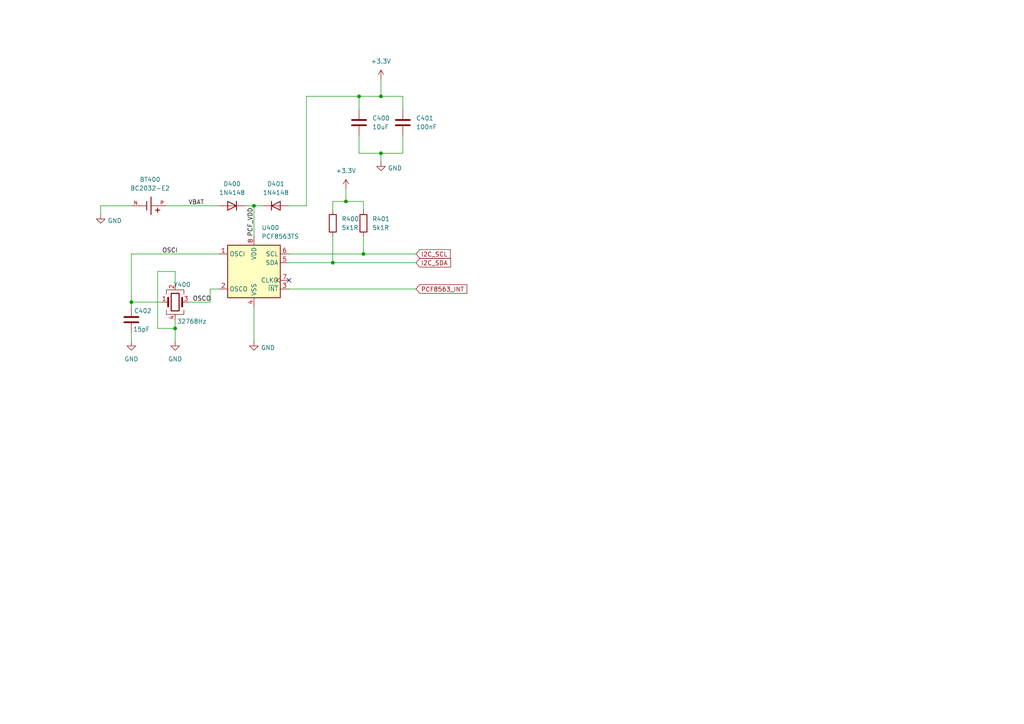
<source format=kicad_sch>
(kicad_sch (version 20231120) (generator "eeschema") (generator_version "8.0")
  (paper "A4")
  (lib_symbols
    (symbol "Device:C" (pin_numbers hide) (pin_names (offset 0.254))
      (property "Reference" "C" (at 0.635 2.54 0))
      (property "Value" "C" (at 0.635 -2.54 0))
      (symbol "C_0_1"
        (polyline (pts (xy -2.032 -0.762) (xy 2.032 -0.762)) (stroke (width 0.508)))
        (polyline (pts (xy -2.032 0.762) (xy 2.032 0.762)) (stroke (width 0.508)))
      )
      (symbol "C_1_1"
        (pin passive line (at 0 3.81 270) (length 2.794) (name "~") (number "1"))
        (pin passive line (at 0 -3.81 90) (length 2.794) (name "~") (number "2"))
      )
    )
    (symbol "Device:Crystal_GND24" (pin_names (offset 1.016) hide)
      (property "Reference" "Y" (at 3.175 5.08 0))
      (property "Value" "Crystal_GND24" (at 3.175 3.175 0))
      (symbol "Crystal_GND24_0_1"
        (rectangle (start -1.143 2.54) (end 1.143 -2.54) (stroke (width 0.3048)))
        (polyline (pts (xy -2.54 0) (xy -2.032 0)))
        (polyline (pts (xy -2.032 -1.27) (xy -2.032 1.27)) (stroke (width 0.508)))
        (polyline (pts (xy 0 -3.81) (xy 0 -3.556)))
        (polyline (pts (xy 0 3.556) (xy 0 3.81)))
        (polyline (pts (xy 2.032 -1.27) (xy 2.032 1.27)) (stroke (width 0.508)))
        (polyline (pts (xy 2.032 0) (xy 2.54 0)))
        (polyline (pts (xy -2.54 -2.286) (xy -2.54 -3.556) (xy 2.54 -3.556) (xy 2.54 -2.286)))
        (polyline (pts (xy -2.54 2.286) (xy -2.54 3.556) (xy 2.54 3.556) (xy 2.54 2.286)))
      )
      (symbol "Crystal_GND24_1_1"
        (pin passive line (at -3.81 0 0) (length 1.27) (name "1") (number "1"))
        (pin passive line (at 0 5.08 270) (length 1.27) (name "2") (number "2"))
        (pin passive line (at 3.81 0 180) (length 1.27) (name "3") (number "3"))
        (pin passive line (at 0 -5.08 90) (length 1.27) (name "4") (number "4"))
      )
    )
    (symbol "Device:D" (pin_numbers hide) (pin_names (offset 1.016) hide)
      (property "Reference" "D" (at 0 2.54 0))
      (property "Value" "D" (at 0 -2.54 0))
      (symbol "D_0_1"
        (polyline (pts (xy -1.27 1.27) (xy -1.27 -1.27)) (stroke (width 0.254)))
        (polyline (pts (xy 1.27 0) (xy -1.27 0)))
        (polyline (pts (xy 1.27 1.27) (xy 1.27 -1.27) (xy -1.27 0) (xy 1.27 1.27)) (stroke (width 0.254)))
      )
      (symbol "D_1_1"
        (pin passive line (at -3.81 0 0) (length 2.54) (name "K") (number "1"))
        (pin passive line (at 3.81 0 180) (length 2.54) (name "A") (number "2"))
      )
    )
    (symbol "Device:R" (pin_numbers hide) (pin_names (offset 0))
      (property "Reference" "R" (at 2.032 0 90))
      (property "Value" "R" (at 0 0 90))
      (symbol "R_0_1"
        (rectangle (start -1.016 -2.54) (end 1.016 2.54) (stroke (width 0.254)))
      )
      (symbol "R_1_1"
        (pin passive line (at 0 3.81 270) (length 1.27) (name "~") (number "1"))
        (pin passive line (at 0 -3.81 90) (length 1.27) (name "~") (number "2"))
      )
    )
    (symbol "Timer_RTC:PCF8563TS"
      (property "Reference" "U" (at -7.62 8.89 0))
      (property "Value" "PCF8563TS" (at 2.54 8.89 0))
      (symbol "PCF8563TS_0_1"
        (rectangle (start -7.62 7.62) (end 7.62 -7.62) (stroke (width 0.254)) (fill (type background)))
      )
      (symbol "PCF8563TS_1_1"
        (pin input line (at -10.16 5.08 0) (length 2.54) (name "OSCI") (number "1"))
        (pin output line (at -10.16 -5.08 0) (length 2.54) (name "OSCO") (number "2"))
        (pin output line (at 10.16 -5.08 180) (length 2.54) (name "~{INT}") (number "3"))
        (pin power_in line (at 0 -10.16 90) (length 2.54) (name "VSS") (number "4"))
        (pin bidirectional line (at 10.16 2.54 180) (length 2.54) (name "SDA") (number "5"))
        (pin input line (at 10.16 5.08 180) (length 2.54) (name "SCL") (number "6"))
        (pin output clock (at 10.16 -2.54 180) (length 2.54) (name "CLKO") (number "7"))
        (pin power_in line (at 0 10.16 270) (length 2.54) (name "VDD") (number "8"))
      )
    )
    (symbol "esp32s3_watches:BC2032-E2" (pin_names (offset 1.016))
      (property "Reference" "BT" (at -5.084 5.084 0))
      (property "Value" "BC2032-E2" (at -5.082 -5.082 0))
      (symbol "BC2032-E2_0_0"
        (polyline (pts (xy -2.54 0) (xy -0.635 0)) (stroke (width 0.1524)))
        (polyline (pts (xy -0.635 0) (xy -0.635 -1.27)) (stroke (width 0.254)))
        (polyline (pts (xy -0.635 1.27) (xy -0.635 0)) (stroke (width 0.254)))
        (polyline (pts (xy 0.635 0) (xy 0.635 -2.54)) (stroke (width 0.254)))
        (polyline (pts (xy 0.635 0) (xy 2.54 0)) (stroke (width 0.1524)))
        (polyline (pts (xy 0.635 2.54) (xy 0.635 0)) (stroke (width 0.254)))
        (polyline (pts (xy 1.905 -1.27) (xy 3.175 -1.27)) (stroke (width 0.254)))
        (polyline (pts (xy 2.54 -0.635) (xy 2.54 -1.905)) (stroke (width 0.254)))
        (pin passive line (at -5.08 0 0) (length 2.54) (name "~") (number "N"))
        (pin passive line (at 5.08 0 180) (length 2.54) (name "~") (number "P"))
      )
    )
    (symbol "power:+3.3V" (power) (pin_numbers hide) (pin_names (offset 0) hide)
      (property "Value" "+3.3V" (at 0 3.556 0))
      (symbol "+3.3V_0_1"
        (polyline (pts (xy -0.762 1.27) (xy 0 2.54)))
        (polyline (pts (xy 0 0) (xy 0 2.54)))
        (polyline (pts (xy 0 2.54) (xy 0.762 1.27)))
      )
      (symbol "+3.3V_1_1"
        (pin power_in line (at 0 0 90) (length 0) (name "~") (number "1"))
      )
    )
    (symbol "power:GND" (power) (pin_numbers hide) (pin_names (offset 0) hide)
      (property "Value" "GND" (at 0 -3.81 0))
      (symbol "GND_0_1"
        (polyline (pts (xy 0 0) (xy 0 -1.27) (xy 1.27 -1.27) (xy 0 -2.54) (xy -1.27 -1.27) (xy 0 -1.27)))
      )
      (symbol "GND_1_1"
        (pin power_in line (at 0 0 270) (length 0) (name "~") (number "1"))
      )
    )
  )
  (junction (at 105.41 73.66))
  (junction (at 110.49 27.94))
  (junction (at 73.66 59.69))
  (junction (at 110.49 44.45))
  (junction (at 50.8 95.25))
  (junction (at 96.52 76.2))
  (junction (at 38.1 87.63))
  (junction (at 100.33 58.42))
  (junction (at 104.14 27.94))
  (no_connect (at 83.82 81.28))
  (wire (pts (xy 48.26 59.69) (xy 63.5 59.69)))
  (wire (pts (xy 105.41 73.66) (xy 120.65 73.66)))
  (wire (pts (xy 83.82 76.2) (xy 96.52 76.2)))
  (wire (pts (xy 110.49 44.45) (xy 116.84 44.45)))
  (wire (pts (xy 38.1 73.66) (xy 63.5 73.66)))
  (wire (pts (xy 110.49 27.94) (xy 104.14 27.94)))
  (wire (pts (xy 83.82 73.66) (xy 105.41 73.66)))
  (wire (pts (xy 96.52 60.96) (xy 96.52 58.42)))
  (wire (pts (xy 83.82 83.82) (xy 120.65 83.82)))
  (wire (pts (xy 38.1 96.52) (xy 38.1 99.06)))
  (wire (pts (xy 96.52 76.2) (xy 120.65 76.2)))
  (wire (pts (xy 88.9 27.94) (xy 88.9 59.69)))
  (wire (pts (xy 104.14 27.94) (xy 104.14 31.75)))
  (wire (pts (xy 73.66 59.69) (xy 76.2 59.69)))
  (wire (pts (xy 105.41 58.42) (xy 105.41 60.96)))
  (wire (pts (xy 96.52 58.42) (xy 100.33 58.42)))
  (wire (pts (xy 110.49 27.94) (xy 116.84 27.94)))
  (wire (pts (xy 104.14 44.45) (xy 110.49 44.45)))
  (wire (pts (xy 54.61 87.63) (xy 60.96 87.63)))
  (wire (pts (xy 73.66 59.69) (xy 73.66 68.58)))
  (wire (pts (xy 96.52 68.58) (xy 96.52 76.2)))
  (wire (pts (xy 60.96 83.82) (xy 63.5 83.82)))
  (wire (pts (xy 104.14 39.37) (xy 104.14 44.45)))
  (wire (pts (xy 60.96 83.82) (xy 60.96 87.63)))
  (wire (pts (xy 116.84 44.45) (xy 116.84 39.37)))
  (wire (pts (xy 50.8 92.71) (xy 50.8 95.25)))
  (wire (pts (xy 46.99 87.63) (xy 38.1 87.63)))
  (wire (pts (xy 45.72 78.74) (xy 45.72 95.25)))
  (wire (pts (xy 71.12 59.69) (xy 73.66 59.69)))
  (wire (pts (xy 38.1 87.63) (xy 38.1 88.9)))
  (wire (pts (xy 50.8 78.74) (xy 45.72 78.74)))
  (wire (pts (xy 29.21 59.69) (xy 29.21 62.23)))
  (wire (pts (xy 45.72 95.25) (xy 50.8 95.25)))
  (wire (pts (xy 116.84 27.94) (xy 116.84 31.75)))
  (wire (pts (xy 110.49 22.86) (xy 110.49 27.94)))
  (wire (pts (xy 110.49 46.99) (xy 110.49 44.45)))
  (wire (pts (xy 83.82 59.69) (xy 88.9 59.69)))
  (wire (pts (xy 38.1 59.69) (xy 29.21 59.69)))
  (wire (pts (xy 50.8 95.25) (xy 50.8 99.06)))
  (wire (pts (xy 100.33 58.42) (xy 105.41 58.42)))
  (wire (pts (xy 50.8 82.55) (xy 50.8 78.74)))
  (wire (pts (xy 73.66 88.9) (xy 73.66 99.06)))
  (wire (pts (xy 104.14 27.94) (xy 88.9 27.94)))
  (wire (pts (xy 100.33 58.42) (xy 100.33 54.61)))
  (wire (pts (xy 38.1 73.66) (xy 38.1 87.63)))
  (wire (pts (xy 105.41 68.58) (xy 105.41 73.66)))
  (label "PCF_VDD" (at 73.66 68.58 90))
  (label "VBAT" (at 54.61 59.69 0))
  (label "OSCI" (at 46.99 73.66 0))
  (label "OSCO" (at 55.88 87.63 0))
  (global_label "I2C_SDA" (shape input) (at 120.65 76.2 0) (property "Intersheetrefs" "${INTERSHEET_REFS}" (effects (hide yes))))
  (global_label "I2C_SCL" (shape input) (at 120.65 73.66 0) (property "Intersheetrefs" "${INTERSHEET_REFS}" (effects (hide yes))))
  (global_label "PCF8563_INT" (shape input) (at 120.65 83.82 0) (property "Intersheetrefs" "${INTERSHEET_REFS}" (effects (hide yes))))
  (symbol (lib_id "power:GND") (at 110.49 46.99 0) (unit 1)
    (property "Reference" "#PWR07" (effects (hide yes)))
    (property "Value" "GND" (at 114.554 48.768 0))
    (property "Description" "Power symbol creates a global label with name \"GND\" , ground" (effects (hide yes)))
  )
  (symbol (lib_id "Timer_RTC:PCF8563TS") (at 73.66 78.74 0) (unit 1)
    (property "Reference" "U400" (at 75.8541 66.04 0) (effects (justify left)))
    (property "Value" "PCF8563TS" (at 75.8541 68.58 0) (effects (justify left)))
    (property "Footprint" "Package_SO:MSOP-8_3x3mm_P0.65mm" (effects (hide yes)))
    (property "Datasheet" "https://www.nxp.com/docs/en/data-sheet/PCF8563.pdf" (effects (hide yes)))
    (property "Description" "Realtime Clock/Calendar I2C Interface, TSSOP-8" (effects (hide yes)))
    (property "Manufacturer" "NXP Semicon" (effects (hide yes)))
    (property "Manufacturer Product Number" "PCF8563TS/5,118" (effects (hide yes)))
  )
  (symbol (lib_id "power:GND") (at 73.66 99.06 0) (unit 1)
    (property "Reference" "#PWR04" (effects (hide yes)))
    (property "Value" "GND" (at 77.724 100.838 0))
    (property "Description" "Power symbol creates a global label with name \"GND\" , ground" (effects (hide yes)))
  )
  (symbol (lib_id "Device:R") (at 96.52 64.77 0) (unit 1)
    (property "Reference" "R400" (at 99.06 63.4999 0) (effects (justify left)))
    (property "Value" "5k1R" (at 99.06 66.0399 0) (effects (justify left)))
    (property "Footprint" "Resistor_SMD:R_0805_2012Metric" (effects (hide yes)))
    (property "Description" "Resistor" (effects (hide yes)))
    (property "Manufacturer" "UNI-ROYAL(Uniroyal Elec) " (effects (hide yes)))
    (property "Manufacturer Product Number" "0805W8F5101T5E" (effects (hide yes)))
  )
  (symbol (lib_id "Device:D") (at 67.31 59.69 180) (unit 1)
    (property "Reference" "D400" (at 67.31 53.34 0))
    (property "Value" "1N4148" (at 67.31 55.88 0))
    (property "Footprint" "Diode_SMD:D_SOD-123" (effects (hide yes)))
    (property "Description" "Diode" (effects (hide yes)))
    (property "Sim.Device" "D" (effects (hide yes)))
    (property "Sim.Pins" "1=K 2=A" (effects (hide yes)))
    (property "Manufacturer" "KUU" (effects (hide yes)))
    (property "Manufacturer Product Number" "1N4148W" (effects (hide yes)))
  )
  (symbol (lib_id "Device:R") (at 105.41 64.77 0) (unit 1)
    (property "Reference" "R401" (at 107.95 63.4999 0) (effects (justify left)))
    (property "Value" "5k1R" (at 107.95 66.0399 0) (effects (justify left)))
    (property "Footprint" "Resistor_SMD:R_0805_2012Metric" (effects (hide yes)))
    (property "Description" "Resistor" (effects (hide yes)))
    (property "Manufacturer" "UNI-ROYAL(Uniroyal Elec) " (effects (hide yes)))
    (property "Manufacturer Product Number" "0805W8F5101T5E" (effects (hide yes)))
  )
  (symbol (lib_id "Device:Crystal_GND24") (at 50.8 87.63 0) (unit 1)
    (property "Reference" "Y400" (at 52.832 82.55 0))
    (property "Value" "32768Hz" (at 55.626 93.218 0))
    (property "Footprint" "Crystal:Crystal_SMD_3225-4Pin_3.2x2.5mm" (effects (hide yes)))
    (property "Description" "Four pin crystal, GND on pins 2 and 4" (effects (hide yes)))
    (property "DigiKey Part Number" "535-ASEK-32.768KHZ-L-R-TDKR-ND" (effects (hide yes)))
    (property "Manufacturer" "YXC Crystal Oscillators" (effects (hide yes)))
    (property "Manufacturer Product Number" "OK2EL89CJI-111YLC-32.768K" (effects (hide yes)))
  )
  (symbol (lib_id "Device:C") (at 104.14 35.56 0) (unit 1)
    (property "Reference" "C400" (at 107.95 34.2899 0) (effects (justify left)))
    (property "Value" "10uF" (at 107.95 36.8299 0) (effects (justify left)))
    (property "Footprint" "Capacitor_SMD:C_0805_2012Metric" (effects (hide yes)))
    (property "Description" "Unpolarized capacitor" (effects (hide yes)))
    (property "Manufacturer" "Samsung Electro-Mechanics" (effects (hide yes)))
    (property "Manufacturer Product Number" "CL21A106KOQNNNE" (effects (hide yes)))
  )
  (symbol (lib_id "power:+3.3V") (at 110.49 22.86 0) (unit 1)
    (property "Reference" "#PWR06" (effects (hide yes)))
    (property "Value" "+3.3V" (at 110.49 17.78 0))
    (property "Description" "Power symbol creates a global label with name \"+3.3V\"" (effects (hide yes)))
  )
  (symbol (lib_id "Device:C") (at 116.84 35.56 0) (unit 1)
    (property "Reference" "C401" (at 120.65 34.2899 0) (effects (justify left)))
    (property "Value" "100nF" (at 120.65 36.8299 0) (effects (justify left)))
    (property "Footprint" "Capacitor_SMD:C_0603_1608Metric" (effects (hide yes)))
    (property "Description" "Unpolarized capacitor" (effects (hide yes)))
    (property "Manufacturer" "Samsung Electro-Mechanics" (effects (hide yes)))
    (property "Manufacturer Product Number" "CL10B104KB8NNNC" (effects (hide yes)))
  )
  (symbol (lib_id "Device:C") (at 38.1 92.71 0) (unit 1)
    (property "Reference" "C402" (at 38.862 90.17 0) (effects (justify left)))
    (property "Value" "15pF" (at 38.608 95.504 0) (effects (justify left)))
    (property "Footprint" "Capacitor_SMD:C_0603_1608Metric" (effects (hide yes)))
    (property "Description" "Unpolarized capacitor" (effects (hide yes)))
    (property "DigiKey Part Number" "490-11191-6-ND" (effects (hide yes)))
    (property "Manufacturer" "Samsung Electro-Mechanics" (effects (hide yes)))
    (property "Manufacturer Product Number" "CL10C150JB8NNNC" (effects (hide yes)))
  )
  (symbol (lib_id "Device:D") (at 80.01 59.69 0) (unit 1)
    (property "Reference" "D401" (at 80.01 53.34 0))
    (property "Value" "1N4148" (at 80.01 55.88 0))
    (property "Footprint" "Diode_SMD:D_SOD-123" (effects (hide yes)))
    (property "Description" "Diode" (effects (hide yes)))
    (property "Sim.Device" "D" (effects (hide yes)))
    (property "Sim.Pins" "1=K 2=A" (effects (hide yes)))
    (property "Manufacturer" "KUU" (effects (hide yes)))
    (property "Manufacturer Product Number" "1N4148W" (effects (hide yes)))
  )
  (symbol (lib_id "power:GND") (at 50.8 99.06 0) (unit 1)
    (property "Reference" "#PWR03" (effects (hide yes)))
    (property "Value" "GND" (at 50.8 104.14 0))
    (property "Description" "Power symbol creates a global label with name \"GND\" , ground" (effects (hide yes)))
  )
  (symbol (lib_id "power:+3.3V") (at 100.33 54.61 0) (unit 1)
    (property "Reference" "#PWR05" (effects (hide yes)))
    (property "Value" "+3.3V" (at 100.33 49.53 0))
    (property "Description" "Power symbol creates a global label with name \"+3.3V\"" (effects (hide yes)))
  )
  (symbol (lib_id "power:GND") (at 38.1 99.06 0) (unit 1)
    (property "Reference" "#PWR02" (effects (hide yes)))
    (property "Value" "GND" (at 38.1 104.14 0))
    (property "Description" "Power symbol creates a global label with name \"GND\" , ground" (effects (hide yes)))
  )
  (symbol (lib_id "esp32s3_watches:BC2032-E2") (at 43.18 59.69 0) (unit 1)
    (property "Reference" "BT400" (at 43.5229 52.07 0))
    (property "Value" "BC2032-E2" (at 43.5229 54.61 0))
    (property "Footprint" "esp32s3_watches:MPD_BC2032-E2" (effects (hide yes)))
    (property "PARTREV" "D" (effects (hide yes)))
    (property "STANDARD" "Manufacturer Recommendation" (effects (hide yes)))
    (property "Manufacturer" "MYOUNG" (effects (hide yes)))
    (property "Manufacturer Product Number" "BS-02-A1AJ010" (effects (hide yes)))
  )
  (symbol (lib_id "power:GND") (at 29.21 62.23 0) (unit 1)
    (property "Reference" "#PWR01" (effects (hide yes)))
    (property "Value" "GND" (at 33.274 64.008 0))
    (property "Description" "Power symbol creates a global label with name \"GND\" , ground" (effects (hide yes)))
  )
)
</source>
